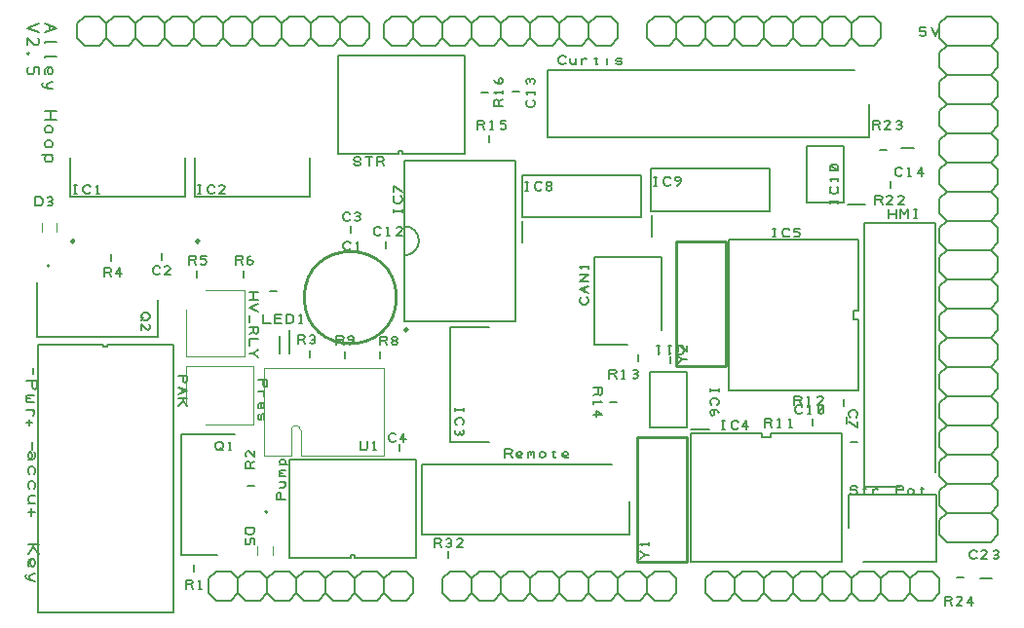
<source format=gbr>
G04 EasyPC Gerber Version 21.0.3 Build 4286 *
G04 #@! TF.Part,Single*
G04 #@! TF.FileFunction,Legend,Top *
G04 #@! TF.FilePolarity,Positive *
%FSLAX35Y35*%
%MOIN*%
%ADD13C,0.00394*%
%ADD154C,0.00394*%
%ADD152C,0.00472*%
%ADD150C,0.00500*%
%ADD151C,0.00600*%
%ADD118C,0.00669*%
%ADD117C,0.00787*%
%ADD155C,0.00984*%
%ADD153C,0.01000*%
X0Y0D02*
D02*
D13*
X12053Y133085D02*
Y135841D01*
X17171Y133085D02*
Y135841D01*
X85872Y25211D02*
Y22456D01*
X90990Y25211D02*
Y22456D01*
D02*
D117*
X10321Y115625D02*
Y97160D01*
X51817*
Y109739*
X13825Y121274D02*
G75*
G02X14612I394D01*
G01*
X13825D02*
G75*
G03X14612I394D01*
G01*
X35636Y125493D02*
Y123131D01*
X53116Y125743D02*
Y123381D01*
X60990Y158282D02*
Y144896D01*
X21620*
Y158282*
X64219Y16550D02*
Y18912D01*
X65163Y117298D02*
Y119660D01*
X78136Y63715D02*
X59671D01*
Y22219*
X72250*
X80990Y119660D02*
Y117298D01*
X82526Y46078D02*
X84888D01*
X88431Y37022D02*
X89219*
G75*
G02X88431I-394D01*
G01*
X89219D02*
G75*
G03X88431I-394D01*
G01*
X90203Y112810D02*
X92565D01*
X93469Y97461D02*
Y91162D01*
X96618D02*
Y99233D01*
X103746Y158282D02*
Y144896D01*
X64376*
Y158282*
X103793Y92243D02*
Y89881D01*
X115793Y91993D02*
Y89631D01*
X117793Y132631D02*
Y134993D01*
X127793Y91993D02*
Y89631D01*
X129888Y129581D02*
Y127219D01*
X134494Y60251D02*
Y57889D01*
X151030Y21274D02*
Y23637D01*
X164724Y180562D02*
X162362D01*
X165085Y165959D02*
Y163597D01*
X165203Y60999D02*
X151817D01*
Y100369*
X165203*
X175474Y181062D02*
X173112D01*
X176502Y137889D02*
Y152456D01*
X216974*
Y137889*
X176502*
X176581Y129227D02*
Y136511D01*
X206423Y74778D02*
X208785D01*
X207132Y53243D02*
X142132D01*
Y29424*
X213116*
Y40763*
X215990Y88597D02*
Y90959D01*
X220557Y140028D02*
Y154595D01*
X261030*
Y140028*
X220557*
X220636Y131367D02*
Y138650D01*
X224039Y99312D02*
Y124312D01*
X201205*
Y94312*
X212543*
X227211Y88007D02*
Y90369D01*
X232801Y65841D02*
X220203D01*
Y85133*
X232801*
Y65841*
X240281Y65231D02*
X234179D01*
X275636Y66511D02*
Y68873D01*
X286266Y75605D02*
Y73243D01*
X286343Y142916D02*
X273744D01*
Y162207*
X286343*
Y142916*
X287447Y69700D02*
Y67337D01*
X290043Y188229D02*
X185043D01*
Y165394*
X295043*
Y176812*
X290990Y60841D02*
X288628D01*
X293043Y20066D02*
X318043D01*
Y42900*
X288043*
Y31562*
X293823Y142306D02*
X287720D01*
X301224Y161062D02*
X298862D01*
X302293Y148131D02*
Y150493D01*
X310360Y161562D02*
X306226D01*
X317650Y50812D02*
Y135950D01*
X293437*
Y45812*
X305543*
X325112Y14812D02*
X327474D01*
X337110Y14312D02*
X332976D01*
D02*
D118*
X6817Y67524D02*
X8785D01*
X7801Y66540D02*
Y68509D01*
X9888Y141894D02*
Y144847D01*
X11364*
X11856Y144601*
X12102Y144355*
X12348Y143863*
Y142879*
X12102Y142387*
X11856Y142141*
X11364Y141894*
X9888*
X14071Y142141D02*
X14563Y141894D01*
X15055*
X15547Y142141*
X15793Y142633*
X15547Y143125*
X15055Y143371*
X14563*
X15055D02*
X15547Y143617D01*
X15793Y144109*
X15547Y144601*
X15055Y144847*
X14563*
X14071Y144601*
X9110Y84227D02*
Y86196D01*
X23028Y146028D02*
X24012D01*
X23520D02*
Y148981D01*
X23028D02*
X24012D01*
X28687Y146520D02*
X28441Y146274D01*
X27949Y146028*
X27211*
X26719Y146274*
X26472Y146520*
X26226Y147013*
Y147997*
X26472Y148489*
X26719Y148735*
X27211Y148981*
X27949*
X28441Y148735*
X28687Y148489*
X30656Y146028D02*
X31640D01*
X31148D02*
Y148981D01*
X30656Y148489*
X33425Y117564D02*
Y120517D01*
X35148*
X35640Y120270*
X35886Y119778*
X35640Y119286*
X35148Y119040*
X33425*
X35148D02*
X35886Y117564D01*
X38593D02*
Y120517D01*
X37362Y118548*
X39331*
X47041Y105239D02*
X48026D01*
X48518Y104993*
X48764Y104747*
X49010Y104255*
Y103763*
X48764Y103270*
X48518Y103024*
X48026Y102778*
X47041*
X46549Y103024*
X46303Y103270*
X46057Y103763*
Y104255*
X46303Y104747*
X46549Y104993*
X47041Y105239*
X46795Y103517D02*
X46057Y102778D01*
Y99333D02*
Y101302D01*
X47780Y99580*
X48272Y99333*
X48764Y99580*
X49010Y100072*
Y100810*
X48764Y101302*
X52506Y118765D02*
X52260Y118519D01*
X51768Y118272*
X51030*
X50537Y118519*
X50291Y118765*
X50045Y119257*
Y120241*
X50291Y120733*
X50537Y120979*
X51030Y121225*
X51768*
X52260Y120979*
X52506Y120733*
X55951Y118272D02*
X53982D01*
X55705Y119995*
X55951Y120487*
X55705Y120979*
X55213Y121225*
X54474*
X53982Y120979*
X58815Y83755D02*
X61768D01*
Y82032*
X61522Y81540*
X61030Y81294*
X60537Y81540*
X60291Y82032*
Y83755*
X58815Y79818D02*
X61768Y78587D01*
X58815Y77357*
X60045Y79326D02*
Y77849D01*
X58815Y75881D02*
X61768D01*
X60291D02*
Y75143D01*
X61768Y73420*
X60291Y75143D02*
X58815Y73420D01*
X61266Y10792D02*
Y13745D01*
X62988*
X63480Y13499*
X63726Y13007*
X63480Y12515*
X62988Y12269*
X61266*
X62988D02*
X63726Y10792D01*
X65695D02*
X66679D01*
X66187D02*
Y13745D01*
X65695Y13253*
X62447Y121816D02*
Y124769D01*
X64169*
X64661Y124522*
X64907Y124030*
X64661Y123538*
X64169Y123292*
X62447*
X64169D02*
X64907Y121816D01*
X66384Y122062D02*
X66876Y121816D01*
X67614*
X68106Y122062*
X68352Y122554*
Y122800*
X68106Y123292*
X67614Y123538*
X66384*
Y124769*
X68352*
X65547Y146028D02*
X66531D01*
X66039D02*
Y148981D01*
X65547D02*
X66531D01*
X71207Y146520D02*
X70961Y146274D01*
X70469Y146028*
X69730*
X69238Y146274*
X68992Y146520*
X68746Y147013*
Y147997*
X68992Y148489*
X69238Y148735*
X69730Y148981*
X70469*
X70961Y148735*
X71207Y148489*
X74652Y146028D02*
X72683D01*
X74406Y147751*
X74652Y148243*
X74406Y148735*
X73913Y148981*
X73175*
X72683Y148735*
X71500Y59190D02*
Y60174D01*
X71746Y60666*
X71992Y60912*
X72484Y61158*
X72976*
X73469Y60912*
X73715Y60666*
X73961Y60174*
Y59190*
X73715Y58698*
X73469Y58452*
X72976Y58206*
X72484*
X71992Y58452*
X71746Y58698*
X71500Y59190*
X73222Y58944D02*
X73961Y58206D01*
X75929D02*
X76913D01*
X76421D02*
Y61158D01*
X75929Y60666*
X78392Y121816D02*
Y124769D01*
X80114*
X80606Y124522*
X80852Y124030*
X80606Y123538*
X80114Y123292*
X78392*
X80114D02*
X80852Y121816D01*
X82329Y122554D02*
X82575Y123046D01*
X83067Y123292*
X83559*
X84051Y123046*
X84297Y122554*
X84051Y122062*
X83559Y121816*
X83067*
X82575Y122062*
X82329Y122554*
Y123292*
X82575Y124030*
X83067Y124522*
X83559Y124769*
X81669Y31770D02*
X84622D01*
Y30294*
X84376Y29802*
X84130Y29556*
X83638Y29310*
X82654*
X82161Y29556*
X81915Y29802*
X81669Y30294*
Y31770*
X81915Y27833D02*
X81669Y27341D01*
Y26603*
X81915Y26111*
X82407Y25865*
X82654*
X83146Y26111*
X83392Y26603*
Y27833*
X84622*
Y25865*
X83085Y112219D02*
X86037D01*
X84561D02*
Y109759D01*
X83085D02*
X86037D01*
Y108282D02*
X83085Y107052D01*
X86037Y105822*
X83085Y104345D02*
Y101885D01*
Y100408D02*
X86037D01*
Y98686*
X85791Y98194*
X85299Y97948*
X84807Y98194*
X84561Y98686*
Y100408*
Y98686D02*
X83085Y97948D01*
X86037Y96471D02*
X83085D01*
Y94011*
Y91304D02*
X84561D01*
X86037Y92534*
X84561Y91304D02*
X86037Y90074D01*
X86217Y82337D02*
X89169D01*
Y80615*
X88923Y80123*
X88431Y79877*
X87939Y80123*
X87693Y80615*
Y82337*
X86217Y78400D02*
X88185D01*
X87447D02*
X87939Y78154D01*
X88185Y77662*
Y77170*
X87939Y76678*
X86463Y72495D02*
X86217Y72741D01*
Y73233*
Y73725*
X86463Y74217*
X86955Y74463*
X87693*
X87939Y74217*
X88185Y73725*
Y73233*
X87939Y72741*
X87693Y72495*
X87447*
X87201Y72741*
X86955Y73233*
Y73725*
X87201Y74217*
X87447Y74463*
X86463Y70526D02*
X86217Y70034D01*
Y69050*
X86463Y68558*
X86955*
X87201Y69050*
Y70034*
X87447Y70526*
X87939*
X88185Y70034*
Y69050*
X87939Y68558*
X84858Y51983D02*
X81906D01*
Y53706*
X82152Y54198*
X82644Y54444*
X83136Y54198*
X83382Y53706*
Y51983*
Y53706D02*
X84858Y54444D01*
Y57889D02*
Y55920D01*
X83136Y57643*
X82644Y57889*
X82152Y57643*
X81906Y57150*
Y56412*
X82152Y55920*
X87841Y104690D02*
Y101737D01*
X90301*
X91778D02*
Y104690D01*
X94238*
X93746Y103213D02*
X91778D01*
Y101737D02*
X94238D01*
X95715D02*
Y104690D01*
X97191*
X97683Y104444*
X97929Y104198*
X98175Y103706*
Y102721*
X97929Y102229*
X97683Y101983*
X97191Y101737*
X95715*
X100144D02*
X101128D01*
X100636D02*
Y104690D01*
X100144Y104198*
X95370Y41353D02*
X92417D01*
Y43076*
X92663Y43568*
X93156Y43814*
X93648Y43568*
X93894Y43076*
Y41353*
X93402Y45290D02*
X94632D01*
X95124Y45536*
X95370Y46028*
Y46520*
X95124Y47013*
X94632Y47259*
X93402D02*
X95370D01*
Y49227D02*
X93402D01*
X93648D02*
X93402Y49473D01*
Y49965*
X93648Y50211*
X94386*
X93648D02*
X93402Y50457D01*
Y50950*
X93648Y51196*
X95370*
X93402Y53164D02*
X96108D01*
X94632D02*
X95124Y53410D01*
X95370Y53902*
Y54394*
X95124Y54887*
X94632Y55133*
X94140*
X93648Y54887*
X93402Y54394*
Y53902*
X93648Y53410*
X94140Y53164*
X94632*
X99652Y94650D02*
Y97603D01*
X101374*
X101866Y97357*
X102112Y96865*
X101866Y96373*
X101374Y96127*
X99652*
X101374D02*
X102112Y94650D01*
X103835Y94896D02*
X104327Y94650D01*
X104819*
X105311Y94896*
X105557Y95389*
X105311Y95881*
X104819Y96127*
X104327*
X104819D02*
X105311Y96373D01*
X105557Y96865*
X105311Y97357*
X104819Y97603*
X104327*
X103835Y97357*
X112880Y94414D02*
Y97367D01*
X114602*
X115094Y97121*
X115341Y96629*
X115094Y96137*
X114602Y95891*
X112880*
X114602D02*
X115341Y94414D01*
X117555D02*
X118047Y94660D01*
X118539Y95152*
X118785Y95891*
Y96629*
X118539Y97121*
X118047Y97367*
X117555*
X117063Y97121*
X116817Y96629*
X117063Y96137*
X117555Y95891*
X118047*
X118539Y96137*
X118785Y96629*
X117504Y137190D02*
X117258Y136944D01*
X116766Y136698*
X116028*
X115535Y136944*
X115289Y137190*
X115043Y137682*
Y138666*
X115289Y139158*
X115535Y139404*
X116028Y139650*
X116766*
X117258Y139404*
X117504Y139158*
X119226Y136944D02*
X119719Y136698D01*
X120211*
X120703Y136944*
X120949Y137436*
X120703Y137928*
X120211Y138174*
X119719*
X120211D02*
X120703Y138420D01*
X120949Y138912*
X120703Y139404*
X120211Y139650*
X119719*
X119226Y139404*
X117626Y127182D02*
X117380Y126936D01*
X116888Y126690*
X116150*
X115657Y126936*
X115411Y127182*
X115165Y127674*
Y128658*
X115411Y129150*
X115657Y129396*
X116150Y129643*
X116888*
X117380Y129396*
X117626Y129150*
X119594Y126690D02*
X120579D01*
X120087D02*
Y129643D01*
X119594Y129150*
X118785Y156333D02*
X119031Y155841D01*
X119524Y155595*
X120508*
X121000Y155841*
X121246Y156333*
X121000Y156826*
X120508Y157072*
X119524*
X119031Y157318*
X118785Y157810*
X119031Y158302*
X119524Y158548*
X120508*
X121000Y158302*
X121246Y157810*
X123953Y155595D02*
Y158548D01*
X122722D02*
X125183D01*
X126659Y155595D02*
Y158548D01*
X128382*
X128874Y158302*
X129120Y157810*
X128874Y157318*
X128382Y157072*
X126659*
X128382D02*
X129120Y155595D01*
X120957Y61178D02*
Y58963D01*
X121203Y58471*
X121695Y58225*
X122679*
X123171Y58471*
X123417Y58963*
Y61178*
X125386Y58225D02*
X126370D01*
X125878D02*
Y61178D01*
X125386Y60686*
X128096Y132229D02*
X127850Y131983D01*
X127358Y131737*
X126620*
X126128Y131983*
X125882Y132229*
X125636Y132721*
Y133706*
X125882Y134198*
X126128Y134444*
X126620Y134690*
X127358*
X127850Y134444*
X128096Y134198*
X130065Y131737D02*
X131049D01*
X130557D02*
Y134690D01*
X130065Y134198*
X135478Y131737D02*
X133510D01*
X135232Y133459*
X135478Y133952*
X135232Y134444*
X134740Y134690*
X134002*
X133510Y134444*
X127762Y94178D02*
Y97131D01*
X129484*
X129976Y96885*
X130222Y96393*
X129976Y95900*
X129484Y95654*
X127762*
X129484D02*
X130222Y94178D01*
X132437Y95654D02*
X132929D01*
X133421Y95900*
X133667Y96393*
X133421Y96885*
X132929Y97131*
X132437*
X131945Y96885*
X131699Y96393*
X131945Y95900*
X132437Y95654*
X131945Y95408*
X131699Y94916*
X131945Y94424*
X132437Y94178*
X132929*
X133421Y94424*
X133667Y94916*
X133421Y95408*
X132929Y95654*
X133205Y61550D02*
X132959Y61304D01*
X132467Y61058*
X131728*
X131236Y61304*
X130990Y61550*
X130744Y62042*
Y63026*
X130990Y63519*
X131236Y63765*
X131728Y64011*
X132467*
X132959Y63765*
X133205Y63519*
X135911Y61058D02*
Y64011D01*
X134681Y62042*
X136650*
X135291Y139532D02*
Y140517D01*
Y140024D02*
X132339D01*
Y139532D02*
Y140517D01*
X134799Y145192D02*
X135045Y144946D01*
X135291Y144454*
Y143715*
X135045Y143223*
X134799Y142977*
X134307Y142731*
X133323*
X132831Y142977*
X132585Y143223*
X132339Y143715*
Y144454*
X132585Y144946*
X132831Y145192*
X135291Y146668D02*
X132339Y148637D01*
Y146668*
X146305Y24965D02*
Y27918D01*
X148028*
X148520Y27672*
X148766Y27180*
X148520Y26688*
X148028Y26442*
X146305*
X148028D02*
X148766Y24965D01*
X150488Y25211D02*
X150980Y24965D01*
X151472*
X151965Y25211*
X152211Y25704*
X151965Y26196*
X151472Y26442*
X150980*
X151472D02*
X151965Y26688D01*
X152211Y27180*
X151965Y27672*
X151472Y27918*
X150980*
X150488Y27672*
X156148Y24965D02*
X154179D01*
X155902Y26688*
X156148Y27180*
X155902Y27672*
X155409Y27918*
X154671*
X154179Y27672*
X153539Y72505D02*
Y71520D01*
Y72013D02*
X156492D01*
Y72505D02*
Y71520D01*
X154031Y66845D02*
X153785Y67091D01*
X153539Y67583*
Y68322*
X153785Y68814*
X154031Y69060*
X154524Y69306*
X155508*
X156000Y69060*
X156246Y68814*
X156492Y68322*
Y67583*
X156246Y67091*
X156000Y66845*
X153785Y65123D02*
X153539Y64631D01*
Y64139*
X153785Y63646*
X154278Y63400*
X154770Y63646*
X155016Y64139*
Y64631*
Y64139D02*
X155262Y63646D01*
X155754Y63400*
X156246Y63646*
X156492Y64139*
Y64631*
X156246Y65123*
X161069Y168115D02*
Y171068D01*
X162791*
X163283Y170822*
X163530Y170330*
X163283Y169837*
X162791Y169591*
X161069*
X162791D02*
X163530Y168115D01*
X165498D02*
X166482D01*
X165990D02*
Y171068D01*
X165498Y170576*
X168943Y168361D02*
X169435Y168115D01*
X170173*
X170665Y168361*
X170911Y168853*
Y169099*
X170665Y169591*
X170173Y169837*
X168943*
Y171068*
X170911*
X170518Y55674D02*
Y58627D01*
X172240*
X172732Y58381*
X172978Y57889*
X172732Y57396*
X172240Y57150*
X170518*
X172240D02*
X172978Y55674D01*
X176423Y55920D02*
X176177Y55674D01*
X175685*
X175193*
X174701Y55920*
X174455Y56412*
Y57150*
X174701Y57396*
X175193Y57643*
X175685*
X176177Y57396*
X176423Y57150*
Y56904*
X176177Y56658*
X175685Y56412*
X175193*
X174701Y56658*
X174455Y56904*
X178392Y55674D02*
Y57643D01*
Y57396D02*
X178638Y57643D01*
X179130*
X179376Y57396*
Y56658*
Y57396D02*
X179622Y57643D01*
X180114*
X180360Y57396*
Y55674*
X182329Y56412D02*
X182575Y55920D01*
X183067Y55674*
X183559*
X184051Y55920*
X184297Y56412*
Y56904*
X184051Y57396*
X183559Y57643*
X183067*
X182575Y57396*
X182329Y56904*
Y56412*
X186758Y57643D02*
X187742D01*
X187250Y58135D02*
Y55920D01*
X187496Y55674*
X187742*
X187988Y55920*
X192171D02*
X191925Y55674D01*
X191433*
X190941*
X190449Y55920*
X190203Y56412*
Y57150*
X190449Y57396*
X190941Y57643*
X191433*
X191925Y57396*
X192171Y57150*
Y56904*
X191925Y56658*
X191433Y56412*
X190941*
X190449Y56658*
X190203Y56904*
X169780Y175881D02*
X166827D01*
Y177603*
X167073Y178095*
X167565Y178341*
X168057Y178095*
X168303Y177603*
Y175881*
Y177603D02*
X169780Y178341D01*
Y180310D02*
Y181294D01*
Y180802D02*
X166827D01*
X167319Y180310*
X169041Y183755D02*
X168549Y184001D01*
X168303Y184493*
Y184985*
X168549Y185477*
X169041Y185723*
X169533Y185477*
X169780Y184985*
Y184493*
X169533Y184001*
X169041Y183755*
X168303*
X167565Y184001*
X167073Y184493*
X166827Y184985*
X177476Y147160D02*
X178461D01*
X177969D02*
Y150113D01*
X177476D02*
X178461D01*
X183136Y147652D02*
X182890Y147406D01*
X182398Y147160*
X181659*
X181167Y147406*
X180921Y147652*
X180675Y148144*
Y149129*
X180921Y149621*
X181167Y149867*
X181659Y150113*
X182398*
X182890Y149867*
X183136Y149621*
X185350Y148637D02*
X185843D01*
X186335Y148883*
X186581Y149375*
X186335Y149867*
X185843Y150113*
X185350*
X184858Y149867*
X184612Y149375*
X184858Y148883*
X185350Y148637*
X184858Y148391*
X184612Y147898*
X184858Y147406*
X185350Y147160*
X185843*
X186335Y147406*
X186581Y147898*
X186335Y148391*
X185843Y148637*
X180154Y178105D02*
X180400Y177859D01*
X180646Y177367*
Y176629*
X180400Y176137*
X180154Y175891*
X179661Y175644*
X178677*
X178185Y175891*
X177939Y176137*
X177693Y176629*
Y177367*
X177939Y177859*
X178185Y178105*
X180646Y180074D02*
Y181058D01*
Y180566D02*
X177693D01*
X178185Y180074*
X180400Y183765D02*
X180646Y184257D01*
Y184749*
X180400Y185241*
X179907Y185487*
X179415Y185241*
X179169Y184749*
Y184257*
Y184749D02*
X178923Y185241D01*
X178431Y185487*
X177939Y185241*
X177693Y184749*
Y184257*
X177939Y183765*
X191285Y190812D02*
X191039Y190566D01*
X190547Y190320*
X189809*
X189317Y190566*
X189071Y190812*
X188825Y191304*
Y192288*
X189071Y192780*
X189317Y193026*
X189809Y193272*
X190547*
X191039Y193026*
X191285Y192780*
X192762Y192288D02*
Y191058D01*
X193008Y190566*
X193500Y190320*
X193992*
X194484Y190566*
X194730Y191058*
Y192288D02*
Y190320D01*
X196699D02*
Y192288D01*
Y191550D02*
X196945Y192042D01*
X197437Y192288*
X197929*
X198421Y192042*
X201128Y192288D02*
X202112D01*
X201620Y192780D02*
Y190566D01*
X201866Y190320*
X202112*
X202358Y190566*
X205557Y190320D02*
Y192288D01*
Y193026D02*
X208510Y190566*
X209002Y190320D01*
X209986*
X210478Y190566*
Y191058*
X209986Y191304*
X209002*
X208510Y191550*
Y192042*
X209002Y192288*
X209986*
X210478Y192042*
X198563Y110522D02*
X198809Y110276D01*
X199055Y109784*
Y109046*
X198809Y108554*
X198563Y108308*
X198071Y108062*
X197087*
X196594Y108308*
X196348Y108554*
X196102Y109046*
Y109784*
X196348Y110276*
X196594Y110522*
X199055Y111999D02*
X196102Y113229D01*
X199055Y114459*
X197825Y112491D02*
Y113967D01*
X199055Y115936D02*
X196102D01*
X199055Y118396*
X196102*
X199055Y120365D02*
Y121349D01*
Y120857D02*
X196102D01*
X196594Y120365*
X200783Y79528D02*
X203736D01*
Y77806*
X203490Y77314*
X202998Y77068*
X202506Y77314*
X202260Y77806*
Y79528*
Y77806D02*
X200783Y77068D01*
Y75099D02*
Y74115D01*
Y74607D02*
X203736D01*
X203244Y75099*
X200783Y70424D02*
X203736D01*
X201768Y71654*
Y69686*
X206146Y82792D02*
Y85745D01*
X207868*
X208360Y85499*
X208606Y85007*
X208360Y84515*
X207868Y84269*
X206146*
X207868D02*
X208606Y82792D01*
X210575D02*
X211559D01*
X211067D02*
Y85745D01*
X210575Y85253*
X214266Y83038D02*
X214758Y82792D01*
X215250*
X215742Y83038*
X215988Y83530*
X215742Y84022*
X215250Y84269*
X214758*
X215250D02*
X215742Y84515D01*
X215988Y85007*
X215742Y85499*
X215250Y85745*
X214758*
X214266Y85499*
X219858Y22387D02*
X218382D01*
X216906Y21156*
X218382Y22387D02*
X216906Y23617D01*
X219858Y25585D02*
Y26570D01*
Y26078D02*
X216906D01*
X217398Y25585*
X221531Y148800D02*
X222516D01*
X222024D02*
Y151753D01*
X221531D02*
X222516D01*
X227191Y149292D02*
X226945Y149046D01*
X226453Y148800*
X225715*
X225222Y149046*
X224976Y149292*
X224730Y149784*
Y150769*
X224976Y151261*
X225222Y151507*
X225715Y151753*
X226453*
X226945Y151507*
X227191Y151261*
X229406Y148800D02*
X229898Y149046D01*
X230390Y149538*
X230636Y150276*
Y151015*
X230390Y151507*
X229898Y151753*
X229406*
X228913Y151507*
X228667Y151015*
X228913Y150522*
X229406Y150276*
X229898*
X230390Y150522*
X230636Y151015*
X229323Y93583D02*
X229569Y93830D01*
X230061Y94076*
X230799*
X231291Y93830*
X231537Y93583*
X231783Y93091*
Y92107*
X231537Y91615*
X231291Y91369*
X230799Y91123*
X230061*
X229569Y91369*
X229323Y91615*
X227354Y94076D02*
X226370D01*
X226862D02*
Y91123D01*
X227354Y91615*
X223417Y94076D02*
X222433D01*
X222925D02*
Y91123D01*
X223417Y91615*
X232614Y89237D02*
X231138D01*
X229661Y88007*
X231138Y89237D02*
X229661Y90467D01*
X232614Y93912D02*
Y91944D01*
X230892Y93666*
X230400Y93912*
X229907Y93666*
X229661Y93174*
Y92436*
X229907Y91944*
X240740Y79249D02*
Y78265D01*
Y78757D02*
X243693D01*
Y79249D02*
Y78265D01*
X241232Y73589D02*
X240986Y73835D01*
X240740Y74328*
Y75066*
X240986Y75558*
X241232Y75804*
X241724Y76050*
X242709*
X243201Y75804*
X243447Y75558*
X243693Y75066*
Y74328*
X243447Y73835*
X243201Y73589*
X241478Y72113D02*
X241970Y71867D01*
X242217Y71375*
Y70883*
X241970Y70391*
X241478Y70144*
X240986Y70391*
X240740Y70883*
Y71375*
X240986Y71867*
X241478Y72113*
X242217*
X242955Y71867*
X243447Y71375*
X243693Y70883*
X244720Y65359D02*
X245705D01*
X245213D02*
Y68312D01*
X244720D02*
X245705D01*
X250380Y65851D02*
X250134Y65605D01*
X249642Y65359*
X248904*
X248411Y65605*
X248165Y65851*
X247919Y66343*
Y67328*
X248165Y67820*
X248411Y68066*
X248904Y68312*
X249642*
X250134Y68066*
X250380Y67820*
X253087Y65359D02*
Y68312D01*
X251856Y66343*
X253825*
X259337Y66068D02*
Y69020D01*
X261059*
X261551Y68774*
X261797Y68282*
X261551Y67790*
X261059Y67544*
X259337*
X261059D02*
X261797Y66068D01*
X263766D02*
X264750D01*
X264258D02*
Y69020D01*
X263766Y68528*
X267703Y66068D02*
X268687D01*
X268195D02*
Y69020D01*
X267703Y68528*
X262207Y131178D02*
X263191D01*
X262699D02*
Y134131D01*
X262207D02*
X263191D01*
X267866Y131670D02*
X267620Y131424D01*
X267128Y131178*
X266390*
X265898Y131424*
X265652Y131670*
X265406Y132162*
Y133146*
X265652Y133639*
X265898Y133885*
X266390Y134131*
X267128*
X267620Y133885*
X267866Y133639*
X269343Y131424D02*
X269835Y131178D01*
X270573*
X271065Y131424*
X271311Y131916*
Y132162*
X271065Y132654*
X270573Y132900*
X269343*
Y134131*
X271311*
X269494Y73745D02*
Y76698D01*
X271217*
X271709Y76452*
X271955Y75959*
X271709Y75467*
X271217Y75221*
X269494*
X271217D02*
X271955Y73745D01*
X273923D02*
X274907D01*
X274415D02*
Y76698D01*
X273923Y76206*
X279337Y73745D02*
X277368D01*
X279091Y75467*
X279337Y75959*
X279091Y76452*
X278598Y76698*
X277860*
X277368Y76452*
X272191Y71166D02*
X271945Y70920D01*
X271453Y70674*
X270715*
X270222Y70920*
X269976Y71166*
X269730Y71658*
Y72643*
X269976Y73135*
X270222Y73381*
X270715Y73627*
X271453*
X271945Y73381*
X272191Y73135*
X274159Y70674D02*
X275144D01*
X274652D02*
Y73627D01*
X274159Y73135*
X277850Y70920D02*
X278343Y70674D01*
X278835*
X279327Y70920*
X279573Y71412*
Y72889*
X279327Y73381*
X278835Y73627*
X278343*
X277850Y73381*
X277604Y72889*
Y71412*
X277850Y70920*
X279327Y73381*
X284555Y142800D02*
Y143784D01*
Y143292D02*
X281602D01*
Y142800D02*
Y143784D01*
X284063Y148459D02*
X284309Y148213D01*
X284555Y147721*
Y146983*
X284309Y146491*
X284063Y146245*
X283571Y145999*
X282587*
X282094Y146245*
X281848Y146491*
X281602Y146983*
Y147721*
X281848Y148213*
X282094Y148459*
X284555Y150428D02*
Y151412D01*
Y150920D02*
X281602D01*
X282094Y150428*
X284309Y154119D02*
X284555Y154611D01*
Y155103*
X284309Y155595*
X283817Y155841*
X282341*
X281848Y155595*
X281602Y155103*
Y154611*
X281848Y154119*
X282341Y153873*
X283817*
X284309Y154119*
X281848Y155595*
X288677Y69483D02*
X288431Y69729D01*
X288185Y70221*
Y70959*
X288431Y71452*
X288677Y71698*
X289169Y71944*
X290154*
X290646Y71698*
X290892Y71452*
X291138Y70959*
Y70221*
X290892Y69729*
X290646Y69483*
X288185Y68007D02*
X291138Y66038D01*
Y68007*
X288628Y43788D02*
X288874Y43296D01*
X289366Y43050*
X290350*
X290843Y43296*
X291089Y43788*
X290843Y44280*
X290350Y44526*
X289366*
X288874Y44772*
X288628Y45265*
X288874Y45757*
X289366Y46003*
X290350*
X290843Y45757*
X291089Y45265*
X293057Y45019D02*
X294041D01*
X293549Y45511D02*
Y43296D01*
X293795Y43050*
X294041*
X294287Y43296*
X296502Y43050D02*
Y45019D01*
Y44280D02*
X296748Y44772D01*
X297240Y45019*
X297732*
X298224Y44772*
X300439Y43050D02*
X302900D01*
X304376D02*
Y46003D01*
X306098*
X306591Y45757*
X306837Y45265*
X306591Y44772*
X306098Y44526*
X304376*
X308313Y43788D02*
X308559Y43296D01*
X309051Y43050*
X309543*
X310035Y43296*
X310281Y43788*
Y44280*
X310035Y44772*
X309543Y45019*
X309051*
X308559Y44772*
X308313Y44280*
Y43788*
X312742Y45019D02*
X313726D01*
X313234Y45511D02*
Y43296D01*
X313480Y43050*
X313726*
X313972Y43296*
X296423Y168115D02*
Y171068D01*
X298146*
X298638Y170822*
X298884Y170330*
X298638Y169837*
X298146Y169591*
X296423*
X298146D02*
X298884Y168115D01*
X302329D02*
X300360D01*
X302083Y169837*
X302329Y170330*
X302083Y170822*
X301591Y171068*
X300852*
X300360Y170822*
X304543Y168361D02*
X305035Y168115D01*
X305528*
X306020Y168361*
X306266Y168853*
X306020Y169345*
X305528Y169591*
X305035*
X305528D02*
X306020Y169837D01*
X306266Y170330*
X306020Y170822*
X305528Y171068*
X305035*
X304543Y170822*
X297132Y142367D02*
Y145320D01*
X298854*
X299346Y145074*
X299593Y144581*
X299346Y144089*
X298854Y143843*
X297132*
X298854D02*
X299593Y142367D01*
X303037D02*
X301069D01*
X302791Y144089*
X303037Y144581*
X302791Y145074*
X302299Y145320*
X301561*
X301069Y145074*
X306974Y142367D02*
X305006D01*
X306728Y144089*
X306974Y144581*
X306728Y145074*
X306236Y145320*
X305498*
X305006Y145074*
X301856Y137643D02*
Y140595D01*
Y139119D02*
X304317D01*
Y137643D02*
Y140595D01*
X305793Y137643D02*
Y140595D01*
X307024Y139119*
X308254Y140595*
Y137643*
X310469D02*
X311453D01*
X310961D02*
Y140595D01*
X310469D02*
X311453D01*
X306443Y152544D02*
X306197Y152298D01*
X305705Y152052*
X304967*
X304474Y152298*
X304228Y152544*
X303982Y153036*
Y154020*
X304228Y154513*
X304474Y154759*
X304967Y155005*
X305705*
X306197Y154759*
X306443Y154513*
X308411Y152052D02*
X309396D01*
X308904D02*
Y155005D01*
X308411Y154513*
X313087Y152052D02*
Y155005D01*
X311856Y153036*
X313825*
X312535Y200296D02*
X313028Y200050D01*
X313766*
X314258Y200296*
X314504Y200788*
Y201034*
X314258Y201526*
X313766Y201772*
X312535*
Y203003*
X314504*
X316472D02*
X317703Y200050D01*
X318933Y203003*
X320990Y5123D02*
Y8076D01*
X322713*
X323205Y7830*
X323451Y7337*
X323205Y6845*
X322713Y6599*
X320990*
X322713D02*
X323451Y5123D01*
X326896D02*
X324927D01*
X326650Y6845*
X326896Y7337*
X326650Y7830*
X326157Y8076*
X325419*
X324927Y7830*
X330094Y5123D02*
Y8076D01*
X328864Y6107*
X330833*
X331955Y21442D02*
X331709Y21196D01*
X331217Y20950*
X330478*
X329986Y21196*
X329740Y21442*
X329494Y21934*
Y22918*
X329740Y23410*
X329986Y23656*
X330478Y23902*
X331217*
X331709Y23656*
X331955Y23410*
X335400Y20950D02*
X333431D01*
X335154Y22672*
X335400Y23164*
X335154Y23656*
X334661Y23902*
X333923*
X333431Y23656*
X337614Y21196D02*
X338106Y20950D01*
X338598*
X339091Y21196*
X339337Y21688*
X339091Y22180*
X338598Y22426*
X338106*
X338598D02*
X339091Y22672D01*
X339337Y23164*
X339091Y23656*
X338598Y23902*
X338106*
X337614Y23656*
D02*
D150*
X6809Y82101D02*
X10559D01*
Y79914*
X10247Y79289*
X9622Y78976*
X8997Y79289*
X8685Y79914*
Y82101*
X9309Y77101D02*
X7122D01*
X6809Y76789*
Y76164*
X7122Y75851*
X8059*
X7122D02*
X6809Y75539D01*
Y74914*
X7122Y74601*
X9309*
X6809Y72101D02*
X9309D01*
X8372D02*
X8997Y71789D01*
X9309Y71164*
Y70539*
X8997Y69914*
X7282Y25881D02*
X11032D01*
X9157D02*
Y24943D01*
X11032Y22756*
X9157Y24943D02*
X7282Y22756D01*
X7594Y18381D02*
X7282Y18693D01*
Y19318*
Y19943*
X7594Y20568*
X8220Y20881*
X9157*
X9470Y20568*
X9782Y19943*
Y19318*
X9470Y18693*
X9157Y18381*
X8844*
X8532Y18693*
X8220Y19318*
Y19943*
X8532Y20568*
X8844Y20881*
X9782Y15881D02*
X8532Y15568D01*
X7907Y14943*
Y14318*
X8532Y13693*
X9782Y13381*
X8532Y13693D02*
X7282Y14006D01*
X6657Y14318*
X6344Y14943*
X6657Y15568*
X9470Y57534D02*
X9782Y56909D01*
Y55972*
X9470Y55347*
X8844Y55034*
X7907*
X7594Y55347*
X7282Y55972*
Y56597*
X7594Y57222*
X7907Y57534*
X8220*
X8532Y57222*
X8844Y56597*
Y55972*
X8532Y55347*
X8220Y55034*
X7907D02*
X7282D01*
X9470Y50034D02*
X9782Y50659D01*
Y51597*
X9470Y52222*
X8844Y52534*
X8220*
X7594Y52222*
X7282Y51597*
Y50659*
X7594Y50034*
X9470Y45034D02*
X9782Y45659D01*
Y46597*
X9470Y47222*
X8844Y47534*
X8220*
X7594Y47222*
X7282Y46597*
Y45659*
X7594Y45034*
X9782Y42534D02*
X8220D01*
X7594Y42222*
X7282Y41597*
Y40972*
X7594Y40347*
X8220Y40034*
X9782D02*
X7282D01*
X7289Y37044D02*
X9789D01*
X8539Y35794D02*
Y38294D01*
X8645Y58479D02*
Y60979D01*
X13187Y204345D02*
X16937Y202783D01*
X13187Y201220*
X14750Y203720D02*
Y201845D01*
X13187Y197783D02*
Y198095D01*
X16937*
X13187Y192783D02*
Y193095D01*
X16937*
X13500Y186845D02*
X13187Y187158D01*
Y187783*
Y188408*
X13500Y189033*
X14125Y189345*
X15063*
X15375Y189033*
X15687Y188408*
Y187783*
X15375Y187158*
X15063Y186845*
X14750*
X14437Y187158*
X14125Y187783*
Y188408*
X14437Y189033*
X14750Y189345*
X15687Y184345D02*
X14437Y184033D01*
X13813Y183408*
Y182783*
X14437Y182158*
X15687Y181845*
X14437Y182158D02*
X13187Y182470D01*
X12563Y182783*
X12250Y183408*
X12563Y184033*
X13187Y174345D02*
X16937D01*
X15063D02*
Y171220D01*
X13187D02*
X16937D01*
X14125Y169345D02*
X13500Y169033D01*
X13187Y168408*
Y167783*
X13500Y167158*
X14125Y166845*
X14750*
X15375Y167158*
X15687Y167783*
Y168408*
X15375Y169033*
X14750Y169345*
X14125*
Y164345D02*
X13500Y164033D01*
X13187Y163408*
Y162783*
X13500Y162158*
X14125Y161845*
X14750*
X15375Y162158*
X15687Y162783*
Y163408*
X15375Y164033*
X14750Y164345*
X14125*
X15687Y159345D02*
X12250D01*
X14125D02*
X13500Y159033D01*
X13187Y158408*
Y157783*
X13500Y157158*
X14125Y156845*
X14750*
X15375Y157158*
X15687Y157783*
Y158408*
X15375Y159033*
X14750Y159345*
X14125*
X10937Y204345D02*
X7187Y202783D01*
X10937Y201220*
X7187Y196845D02*
Y199345D01*
X9375Y197158*
X10000Y196845*
X10625Y197158*
X10937Y197783*
Y198720*
X10625Y199345*
X7187Y194033D02*
X7500Y193720D01*
X7813Y194033*
X7500Y194345*
X7187Y194033*
X7500Y189345D02*
X7187Y188720D01*
Y187783*
X7500Y187158*
X8125Y186845*
X8437*
X9063Y187158*
X9375Y187783*
Y189345*
X10937*
Y186845*
X57238Y94428D02*
Y2696D01*
X10781*
Y94428*
X33169*
Y93803*
X34419*
Y94428*
X57238*
X96837Y21412D02*
Y54877D01*
X140144*
Y21412*
X118938*
Y22200*
X117688*
Y21412*
X96837*
X113317Y159796D02*
Y193261D01*
X156624*
Y159796*
X135418*
Y160583*
X134168*
Y159796*
X113317*
X136085Y102396D02*
X174085D01*
Y157396*
X136085*
Y102396*
Y134896D02*
G75*
G02X141085Y129896J-5000D01*
G01*
G75*
G02X136085Y124896I-5000*
G01*
X285728Y64129D02*
Y19995D01*
X234154*
Y64129*
X258465*
Y62652*
X261417*
Y64129*
X285728*
X291285Y78755D02*
X247152D01*
Y130330*
X291285*
Y106019*
X289809*
Y103066*
X291285*
Y78755*
D02*
D151*
X34159Y199312D02*
X31659Y196812D01*
X26659*
X24159Y199312*
Y204312*
X26659Y206812*
X31659*
X34159Y204312*
X44159Y199312D02*
X41659Y196812D01*
X36659*
X34159Y199312*
Y204312*
X36659Y206812*
X41659*
X44159Y204312*
X54159Y199312D02*
X51659Y196812D01*
X46659*
X44159Y199312*
Y204312*
X46659Y206812*
X51659*
X54159Y204312*
X64159Y199312D02*
X61659Y196812D01*
X56659*
X54159Y199312*
Y204312*
X56659Y206812*
X61659*
X64159Y204312*
X74159Y199312D02*
X71659Y196812D01*
X66659*
X64159Y199312*
Y204312*
X66659Y206812*
X71659*
X74159Y204312*
X79159Y9312D02*
X76659Y6812D01*
X71659*
X69159Y9312*
Y14312*
X71659Y16812*
X76659*
X79159Y14312*
X84159Y199312D02*
X81659Y196812D01*
X76659*
X74159Y199312*
Y204312*
X76659Y206812*
X81659*
X84159Y204312*
X89159Y9312D02*
X86659Y6812D01*
X81659*
X79159Y9312*
Y14312*
X81659Y16812*
X86659*
X89159Y14312*
X94159Y199312D02*
X91659Y196812D01*
X86659*
X84159Y199312*
Y204312*
X86659Y206812*
X91659*
X94159Y204312*
X99159Y9312D02*
X96659Y6812D01*
X91659*
X89159Y9312*
Y14312*
X91659Y16812*
X96659*
X99159Y14312*
X104159Y199312D02*
X101659Y196812D01*
X96659*
X94159Y199312*
Y204312*
X96659Y206812*
X101659*
X104159Y204312*
X109159Y9312D02*
X106659Y6812D01*
X101659*
X99159Y9312*
Y14312*
X101659Y16812*
X106659*
X109159Y14312*
X114159Y199312D02*
X116659Y196812D01*
X121659*
X124159Y199312*
Y204312*
X121659Y206812*
X116659*
X114159Y204312*
Y199312*
X111659Y196812*
X106659*
X104159Y199312*
Y204312*
X106659Y206812*
X111659*
X114159Y204312*
X119159Y9312D02*
X116659Y6812D01*
X111659*
X109159Y9312*
Y14312*
X111659Y16812*
X116659*
X119159Y14312*
X129159Y9312D02*
X126659Y6812D01*
X121659*
X119159Y9312*
Y14312*
X121659Y16812*
X126659*
X129159Y14312*
X139159D02*
Y9312D01*
X136659Y6812*
X131659*
X129159Y9312*
Y14312*
X131659Y16812*
X136659*
X139159Y14312*
Y199312D02*
X136659Y196812D01*
X131659*
X129159Y199312*
Y204312*
X131659Y206812*
X136659*
X139159Y204312*
X149159Y199312D02*
X146659Y196812D01*
X141659*
X139159Y199312*
Y204312*
X141659Y206812*
X146659*
X149159Y204312*
X159159Y9312D02*
X156659Y6812D01*
X151659*
X149159Y9312*
Y14312*
X151659Y16812*
X156659*
X159159Y14312*
Y199312D02*
X156659Y196812D01*
X151659*
X149159Y199312*
Y204312*
X151659Y206812*
X156659*
X159159Y204312*
X169159Y9312D02*
X166659Y6812D01*
X161659*
X159159Y9312*
Y14312*
X161659Y16812*
X166659*
X169159Y14312*
Y199312D02*
X166659Y196812D01*
X161659*
X159159Y199312*
Y204312*
X161659Y206812*
X166659*
X169159Y204312*
X179159Y9312D02*
X176659Y6812D01*
X171659*
X169159Y9312*
Y14312*
X171659Y16812*
X176659*
X179159Y14312*
Y199312D02*
X176659Y196812D01*
X171659*
X169159Y199312*
Y204312*
X171659Y206812*
X176659*
X179159Y204312*
X189159Y9312D02*
X186659Y6812D01*
X181659*
X179159Y9312*
Y14312*
X181659Y16812*
X186659*
X189159Y14312*
Y199312D02*
X186659Y196812D01*
X181659*
X179159Y199312*
Y204312*
X181659Y206812*
X186659*
X189159Y204312*
X199159Y9312D02*
X196659Y6812D01*
X191659*
X189159Y9312*
Y14312*
X191659Y16812*
X196659*
X199159Y14312*
Y199312D02*
X201659Y196812D01*
X206659*
X209159Y199312*
Y204312*
X206659Y206812*
X201659*
X199159Y204312*
Y199312*
X196659Y196812*
X191659*
X189159Y199312*
Y204312*
X191659Y206812*
X196659*
X199159Y204312*
X209159Y9312D02*
X206659Y6812D01*
X201659*
X199159Y9312*
Y14312*
X201659Y16812*
X206659*
X209159Y14312*
X219159Y9312D02*
X216659Y6812D01*
X211659*
X209159Y9312*
Y14312*
X211659Y16812*
X216659*
X219159Y14312*
X229159D02*
Y9312D01*
X226659Y6812*
X221659*
X219159Y9312*
Y14312*
X221659Y16812*
X226659*
X229159Y14312*
Y199312D02*
X226659Y196812D01*
X221659*
X219159Y199312*
Y204312*
X221659Y206812*
X226659*
X229159Y204312*
X239159Y199312D02*
X236659Y196812D01*
X231659*
X229159Y199312*
Y204312*
X231659Y206812*
X236659*
X239159Y204312*
X249159Y9312D02*
X246659Y6812D01*
X241659*
X239159Y9312*
Y14312*
X241659Y16812*
X246659*
X249159Y14312*
Y199312D02*
X246659Y196812D01*
X241659*
X239159Y199312*
Y204312*
X241659Y206812*
X246659*
X249159Y204312*
X259159Y9312D02*
X256659Y6812D01*
X251659*
X249159Y9312*
Y14312*
X251659Y16812*
X256659*
X259159Y14312*
Y199312D02*
X256659Y196812D01*
X251659*
X249159Y199312*
Y204312*
X251659Y206812*
X256659*
X259159Y204312*
X269159Y9312D02*
X266659Y6812D01*
X261659*
X259159Y9312*
Y14312*
X261659Y16812*
X266659*
X269159Y14312*
Y199312D02*
X266659Y196812D01*
X261659*
X259159Y199312*
Y204312*
X261659Y206812*
X266659*
X269159Y204312*
X279159Y9312D02*
X276659Y6812D01*
X271659*
X269159Y9312*
Y14312*
X271659Y16812*
X276659*
X279159Y14312*
Y199312D02*
X276659Y196812D01*
X271659*
X269159Y199312*
Y204312*
X271659Y206812*
X276659*
X279159Y204312*
X289159Y9312D02*
X286659Y6812D01*
X281659*
X279159Y9312*
Y14312*
X281659Y16812*
X286659*
X289159Y14312*
Y199312D02*
X291659Y196812D01*
X296659*
X299159Y199312*
Y204312*
X296659Y206812*
X291659*
X289159Y204312*
Y199312*
X286659Y196812*
X281659*
X279159Y199312*
Y204312*
X281659Y206812*
X286659*
X289159Y204312*
X299159Y9312D02*
X296659Y6812D01*
X291659*
X289159Y9312*
Y14312*
X291659Y16812*
X296659*
X299159Y14312*
X309159Y9312D02*
X306659Y6812D01*
X301659*
X299159Y9312*
Y14312*
X301659Y16812*
X306659*
X309159Y14312*
X319159Y9312D02*
X316659Y6812D01*
X311659*
X309159Y9312*
Y14312*
X311659Y16812*
X316659*
X319159Y14312*
Y9312*
X334159Y36812D02*
X336659D01*
X339159Y34312*
Y29312*
X336659Y26812*
X321659*
X319159Y29312*
Y34312*
X321659Y36812*
X324159*
X334159Y46812D02*
X336659D01*
X339159Y44312*
Y39312*
X336659Y36812*
X321659*
X319159Y39312*
Y44312*
X321659Y46812*
X324159*
X334159Y56812D02*
X336659D01*
X339159Y54312*
Y49312*
X336659Y46812*
X321659*
X319159Y49312*
Y54312*
X321659Y56812*
X324159*
X334159Y66812D02*
X336659D01*
X339159Y64312*
Y59312*
X336659Y56812*
X321659*
X319159Y59312*
Y64312*
X321659Y66812*
X324159*
X334159Y76812D02*
X336659D01*
X339159Y74312*
Y69312*
X336659Y66812*
X321659*
X319159Y69312*
Y74312*
X321659Y76812*
X324159*
X334159Y86812D02*
X336659D01*
X339159Y84312*
Y79312*
X336659Y76812*
X321659*
X319159Y79312*
Y84312*
X321659Y86812*
X324159*
X334159Y96812D02*
X336659D01*
X339159Y94312*
Y89312*
X336659Y86812*
X321659*
X319159Y89312*
Y94312*
X321659Y96812*
X324159*
X334159Y106812D02*
X336659D01*
X339159Y104312*
Y99312*
X336659Y96812*
X321659*
X319159Y99312*
Y104312*
X321659Y106812*
X324159*
X334159Y116812D02*
X336659D01*
X339159Y114312*
Y109312*
X336659Y106812*
X321659*
X319159Y109312*
Y114312*
X321659Y116812*
X324159*
X334159Y126812D02*
X336659D01*
X339159Y124312*
Y119312*
X336659Y116812*
X321659*
X319159Y119312*
Y124312*
X321659Y126812*
X324159*
X334159Y136812D02*
X336659D01*
X339159Y134312*
Y129312*
X336659Y126812*
X321659*
X319159Y129312*
Y134312*
X321659Y136812*
X324159*
X334159Y146812D02*
X336659D01*
X339159Y144312*
Y139312*
X336659Y136812*
X321659*
X319159Y139312*
Y144312*
X321659Y146812*
X324159*
X334159Y156812D02*
X336659D01*
X339159Y154312*
Y149312*
X336659Y146812*
X321659*
X319159Y149312*
Y154312*
X321659Y156812*
X324159*
X334159Y166812D02*
X336659D01*
X339159Y164312*
Y159312*
X336659Y156812*
X321659*
X319159Y159312*
Y164312*
X321659Y166812*
X324159*
X334159Y176812D02*
X336659D01*
X339159Y174312*
Y169312*
X336659Y166812*
X321659*
X319159Y169312*
Y174312*
X321659Y176812*
X324159*
X334159Y186812D02*
X336659D01*
X339159Y184312*
Y179312*
X336659Y176812*
X321659*
X319159Y179312*
Y184312*
X321659Y186812*
X324159*
X334159Y196812D02*
X336659D01*
X339159Y194312*
Y189312*
X336659Y186812*
X321659*
X319159Y189312*
Y194312*
X321659Y196812*
X324159*
X334159Y206812D02*
X336659D01*
X339159Y204312*
Y199312*
X336659Y196812*
X321659*
X319159Y199312*
Y204312*
X321659Y206812*
X334159*
D02*
D152*
X61581Y106458D02*
Y90290D01*
X81581*
Y113125*
X68247*
X68208Y66944D02*
X84376D01*
Y86944*
X61541*
Y73610*
D02*
D153*
X101856Y110448D02*
G75*
G02X133352I15748D01*
G01*
X101856D02*
G75*
G02X133352I15748D01*
G01*
G75*
G02X101856I-15748*
G01*
X232837Y62513D02*
Y20111D01*
X215750*
Y62513*
X232837*
X246087Y129513D02*
Y87111D01*
X229000*
Y129513*
X246087*
D02*
D154*
X97383Y65028D02*
G75*
G02X100597Y65026I1607J6D01*
G01*
Y56487*
X129207*
Y86487*
X88207*
Y56487*
X97384*
Y65026*
D02*
D155*
X22604Y130231D02*
G75*
G02Y129247J-492D01*
G01*
Y130231D02*
G75*
G02Y129247J-492D01*
G01*
G75*
G02Y130231J492*
G01*
X65360D02*
G75*
G02Y129247J-492D01*
G01*
Y130231D02*
G75*
G02Y129247J-492D01*
G01*
G75*
G02Y130231J492*
G01*
X137152Y99385D02*
G75*
G02X136167I-492D01*
G01*
X137152D02*
G75*
G02X136167I-492D01*
G01*
G75*
G02X137152I492*
G01*
X0Y0D02*
M02*

</source>
